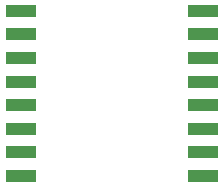
<source format=gbp>
G04 EAGLE Gerber RS-274X export*
G75*
%MOMM*%
%FSLAX34Y34*%
%LPD*%
%INSolderpaste Bottom*%
%IPPOS*%
%AMOC8*
5,1,8,0,0,1.08239X$1,22.5*%
G01*
%ADD10R,2.600000X1.100000*%


D10*
X172806Y158548D03*
X172806Y138548D03*
X172806Y118548D03*
X172806Y98548D03*
X172806Y78548D03*
X172806Y58548D03*
X172806Y38548D03*
X172806Y18548D03*
X18806Y18548D03*
X18806Y38548D03*
X18806Y58548D03*
X18806Y78548D03*
X18806Y98548D03*
X18806Y118548D03*
X18806Y138548D03*
X18806Y158548D03*
M02*

</source>
